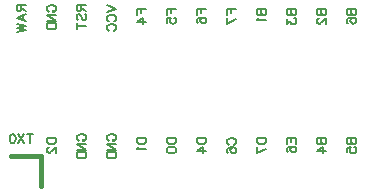
<source format=gbo>
G04 Layer: BottomSilkscreenLayer*
G04 EasyEDA v6.5.23, 2023-09-23 11:22:25*
G04 fbaf7024bf8343fa847bd74e200e9744,10*
G04 Gerber Generator version 0.2*
G04 Scale: 100 percent, Rotated: No, Reflected: No *
G04 Dimensions in inches *
G04 leading zeros omitted , absolute positions ,3 integer and 6 decimal *
%FSLAX36Y36*%
%MOIN*%

%ADD10C,0.0059*%
%ADD11C,0.0150*%

%LPD*%
D10*
X-4777258Y413315D02*
G01*
X-4777258Y383247D01*
X-4767235Y413315D02*
G01*
X-4787280Y413315D01*
X-4796729Y413315D02*
G01*
X-4816776Y383247D01*
X-4816776Y413315D02*
G01*
X-4796729Y383247D01*
X-4834816Y413315D02*
G01*
X-4830520Y411885D01*
X-4827658Y407588D01*
X-4826226Y400430D01*
X-4826226Y396134D01*
X-4827658Y388975D01*
X-4830520Y384679D01*
X-4834816Y383247D01*
X-4837680Y383247D01*
X-4841976Y384679D01*
X-4844839Y388975D01*
X-4846271Y396134D01*
X-4846271Y400430D01*
X-4844839Y407588D01*
X-4841976Y411885D01*
X-4837680Y413315D01*
X-4834816Y413315D01*
X-3821786Y830199D02*
G01*
X-3791718Y830199D01*
X-3821786Y830199D02*
G01*
X-3821786Y817314D01*
X-3820354Y813018D01*
X-3818923Y811586D01*
X-3816058Y810154D01*
X-3813194Y810154D01*
X-3810331Y811586D01*
X-3808900Y813018D01*
X-3807467Y817314D01*
X-3807467Y830199D02*
G01*
X-3807467Y817314D01*
X-3806036Y813018D01*
X-3804605Y811586D01*
X-3801741Y810154D01*
X-3797444Y810154D01*
X-3794582Y811586D01*
X-3793149Y813018D01*
X-3791718Y817314D01*
X-3791718Y830199D01*
X-3814627Y799272D02*
G01*
X-3816058Y799272D01*
X-3818923Y797840D01*
X-3820354Y796408D01*
X-3821786Y793544D01*
X-3821786Y787818D01*
X-3820354Y784954D01*
X-3818923Y783523D01*
X-3816058Y782091D01*
X-3813194Y782091D01*
X-3810331Y783523D01*
X-3806036Y786386D01*
X-3791718Y800704D01*
X-3791718Y780659D01*
X-4121786Y830199D02*
G01*
X-4091718Y830199D01*
X-4121786Y830199D02*
G01*
X-4121786Y811586D01*
X-4107467Y830199D02*
G01*
X-4107467Y818744D01*
X-4121786Y782091D02*
G01*
X-4091718Y796408D01*
X-4121786Y802136D02*
G01*
X-4121786Y782091D01*
X-4221786Y830199D02*
G01*
X-4191718Y830199D01*
X-4221786Y830199D02*
G01*
X-4221786Y811586D01*
X-4207467Y830199D02*
G01*
X-4207467Y818744D01*
X-4217491Y784954D02*
G01*
X-4220355Y786386D01*
X-4221786Y790682D01*
X-4221786Y793544D01*
X-4220355Y797840D01*
X-4216058Y800704D01*
X-4208900Y802136D01*
X-4201741Y802136D01*
X-4196013Y800704D01*
X-4193149Y797840D01*
X-4191718Y793544D01*
X-4191718Y792114D01*
X-4193149Y787818D01*
X-4196013Y784954D01*
X-4200308Y783523D01*
X-4201741Y783523D01*
X-4206036Y784954D01*
X-4208900Y787818D01*
X-4210331Y792114D01*
X-4210331Y793544D01*
X-4208900Y797840D01*
X-4206036Y800704D01*
X-4201741Y802136D01*
X-4321786Y830199D02*
G01*
X-4291718Y830199D01*
X-4321786Y830199D02*
G01*
X-4321786Y811586D01*
X-4307467Y830199D02*
G01*
X-4307467Y818744D01*
X-4321786Y784954D02*
G01*
X-4321786Y799272D01*
X-4308900Y800704D01*
X-4310331Y799272D01*
X-4311764Y794976D01*
X-4311764Y790682D01*
X-4310331Y786386D01*
X-4307467Y783523D01*
X-4303172Y782091D01*
X-4300308Y782091D01*
X-4296013Y783523D01*
X-4293149Y786386D01*
X-4291718Y790682D01*
X-4291718Y794976D01*
X-4293149Y799272D01*
X-4294582Y800704D01*
X-4297444Y802136D01*
X-4821786Y842790D02*
G01*
X-4791718Y842790D01*
X-4821786Y842790D02*
G01*
X-4821786Y829904D01*
X-4820355Y825608D01*
X-4818923Y824176D01*
X-4816059Y822744D01*
X-4813195Y822744D01*
X-4810331Y824176D01*
X-4808899Y825608D01*
X-4807467Y829904D01*
X-4807467Y842790D01*
X-4807467Y832766D02*
G01*
X-4791718Y822744D01*
X-4821786Y801840D02*
G01*
X-4791718Y813294D01*
X-4821786Y801840D02*
G01*
X-4791718Y790385D01*
X-4801741Y808998D02*
G01*
X-4801741Y794681D01*
X-4821786Y780934D02*
G01*
X-4791718Y773775D01*
X-4821786Y766617D02*
G01*
X-4791718Y773775D01*
X-4821786Y766617D02*
G01*
X-4791718Y759457D01*
X-4821786Y752298D02*
G01*
X-4791718Y759457D01*
X-4714627Y821313D02*
G01*
X-4717491Y822744D01*
X-4720355Y825608D01*
X-4721786Y828472D01*
X-4721786Y834198D01*
X-4720355Y837062D01*
X-4717491Y839926D01*
X-4714627Y841358D01*
X-4710331Y842790D01*
X-4703173Y842790D01*
X-4698877Y841358D01*
X-4696014Y839926D01*
X-4693150Y837062D01*
X-4691718Y834198D01*
X-4691718Y828472D01*
X-4693150Y825608D01*
X-4696014Y822744D01*
X-4698877Y821313D01*
X-4703173Y821313D01*
X-4703173Y828472D02*
G01*
X-4703173Y821313D01*
X-4721786Y811862D02*
G01*
X-4691718Y811862D01*
X-4721786Y811862D02*
G01*
X-4691718Y791817D01*
X-4721786Y791817D02*
G01*
X-4691718Y791817D01*
X-4721786Y782366D02*
G01*
X-4691718Y782366D01*
X-4721786Y782366D02*
G01*
X-4721786Y772345D01*
X-4720355Y768049D01*
X-4717491Y765185D01*
X-4714627Y763753D01*
X-4710331Y762321D01*
X-4703173Y762321D01*
X-4698877Y763753D01*
X-4696014Y765185D01*
X-4693150Y768049D01*
X-4691718Y772345D01*
X-4691718Y782366D01*
X-4621786Y842790D02*
G01*
X-4591718Y842790D01*
X-4621786Y842790D02*
G01*
X-4621786Y829904D01*
X-4620355Y825608D01*
X-4618923Y824176D01*
X-4616059Y822744D01*
X-4613195Y822744D01*
X-4610331Y824176D01*
X-4608899Y825608D01*
X-4607467Y829904D01*
X-4607467Y842790D01*
X-4607467Y832766D02*
G01*
X-4591718Y822744D01*
X-4617491Y793249D02*
G01*
X-4620355Y796113D01*
X-4621786Y800408D01*
X-4621786Y806134D01*
X-4620355Y810430D01*
X-4617491Y813294D01*
X-4614627Y813294D01*
X-4611763Y811862D01*
X-4610331Y810430D01*
X-4608899Y807566D01*
X-4606035Y798975D01*
X-4604605Y796113D01*
X-4603173Y794681D01*
X-4600309Y793249D01*
X-4596014Y793249D01*
X-4593150Y796113D01*
X-4591718Y800408D01*
X-4591718Y806134D01*
X-4593150Y810430D01*
X-4596014Y813294D01*
X-4621786Y773775D02*
G01*
X-4591718Y773775D01*
X-4621786Y783798D02*
G01*
X-4621786Y763753D01*
X-4521786Y842790D02*
G01*
X-4491718Y831334D01*
X-4521786Y819881D02*
G01*
X-4491718Y831334D01*
X-4514627Y788953D02*
G01*
X-4517491Y790385D01*
X-4520355Y793249D01*
X-4521786Y796113D01*
X-4521786Y801840D01*
X-4520355Y804704D01*
X-4517491Y807566D01*
X-4514627Y808998D01*
X-4510331Y810430D01*
X-4503173Y810430D01*
X-4498877Y808998D01*
X-4496014Y807566D01*
X-4493150Y804704D01*
X-4491718Y801840D01*
X-4491718Y796113D01*
X-4493150Y793249D01*
X-4496014Y790385D01*
X-4498877Y788953D01*
X-4514627Y758025D02*
G01*
X-4517491Y759457D01*
X-4520355Y762321D01*
X-4521786Y765185D01*
X-4521786Y770913D01*
X-4520355Y773775D01*
X-4517491Y776640D01*
X-4514627Y778072D01*
X-4510331Y779504D01*
X-4503173Y779504D01*
X-4498877Y778072D01*
X-4496014Y776640D01*
X-4493150Y773775D01*
X-4491718Y770913D01*
X-4491718Y765185D01*
X-4493150Y762321D01*
X-4496014Y759457D01*
X-4498877Y758025D01*
X-4421786Y830199D02*
G01*
X-4391718Y830199D01*
X-4421786Y830199D02*
G01*
X-4421786Y811586D01*
X-4407467Y830199D02*
G01*
X-4407467Y818744D01*
X-4421786Y787818D02*
G01*
X-4401741Y802136D01*
X-4401741Y780659D01*
X-4421786Y787818D02*
G01*
X-4391718Y787818D01*
X-4021786Y830199D02*
G01*
X-3991718Y830199D01*
X-4021786Y830199D02*
G01*
X-4021786Y817314D01*
X-4020354Y813018D01*
X-4018923Y811586D01*
X-4016058Y810154D01*
X-4013194Y810154D01*
X-4010331Y811586D01*
X-4008900Y813018D01*
X-4007467Y817314D01*
X-4007467Y830199D02*
G01*
X-4007467Y817314D01*
X-4006036Y813018D01*
X-4004605Y811586D01*
X-4001741Y810154D01*
X-3997444Y810154D01*
X-3994582Y811586D01*
X-3993149Y813018D01*
X-3991718Y817314D01*
X-3991718Y830199D01*
X-4016058Y800704D02*
G01*
X-4017491Y797840D01*
X-4021786Y793544D01*
X-3991718Y793544D01*
X-3921786Y830199D02*
G01*
X-3891718Y830199D01*
X-3921786Y830199D02*
G01*
X-3921786Y817314D01*
X-3920354Y813018D01*
X-3918923Y811586D01*
X-3916058Y810154D01*
X-3913194Y810154D01*
X-3910331Y811586D01*
X-3908900Y813018D01*
X-3907467Y817314D01*
X-3907467Y830199D02*
G01*
X-3907467Y817314D01*
X-3906036Y813018D01*
X-3904605Y811586D01*
X-3901741Y810154D01*
X-3897444Y810154D01*
X-3894582Y811586D01*
X-3893149Y813018D01*
X-3891718Y817314D01*
X-3891718Y830199D01*
X-3921786Y797840D02*
G01*
X-3921786Y782091D01*
X-3910331Y790682D01*
X-3910331Y786386D01*
X-3908900Y783523D01*
X-3907467Y782091D01*
X-3903172Y780659D01*
X-3900308Y780659D01*
X-3896013Y782091D01*
X-3893149Y784954D01*
X-3891718Y789250D01*
X-3891718Y793544D01*
X-3893149Y797840D01*
X-3894582Y799272D01*
X-3897444Y800704D01*
X-3721786Y830199D02*
G01*
X-3691718Y830199D01*
X-3721786Y830199D02*
G01*
X-3721786Y817314D01*
X-3720354Y813018D01*
X-3718923Y811586D01*
X-3716058Y810154D01*
X-3713194Y810154D01*
X-3710331Y811586D01*
X-3708900Y813018D01*
X-3707467Y817314D01*
X-3707467Y830199D02*
G01*
X-3707467Y817314D01*
X-3706036Y813018D01*
X-3704605Y811586D01*
X-3701741Y810154D01*
X-3697444Y810154D01*
X-3694582Y811586D01*
X-3693149Y813018D01*
X-3691718Y817314D01*
X-3691718Y830199D01*
X-3717491Y783523D02*
G01*
X-3720354Y784954D01*
X-3721786Y789250D01*
X-3721786Y792114D01*
X-3720354Y796408D01*
X-3716058Y799272D01*
X-3708900Y800704D01*
X-3701741Y800704D01*
X-3696013Y799272D01*
X-3693149Y796408D01*
X-3691718Y792114D01*
X-3691718Y790682D01*
X-3693149Y786386D01*
X-3696013Y783523D01*
X-3700308Y782091D01*
X-3701741Y782091D01*
X-3706036Y783523D01*
X-3708900Y786386D01*
X-3710331Y790682D01*
X-3710331Y792114D01*
X-3708900Y796408D01*
X-3706036Y799272D01*
X-3701741Y800704D01*
X-3721786Y400199D02*
G01*
X-3691718Y400199D01*
X-3721786Y400199D02*
G01*
X-3721786Y387314D01*
X-3720354Y383018D01*
X-3718923Y381586D01*
X-3716058Y380154D01*
X-3713194Y380154D01*
X-3710331Y381586D01*
X-3708900Y383018D01*
X-3707467Y387314D01*
X-3707467Y400199D02*
G01*
X-3707467Y387314D01*
X-3706036Y383018D01*
X-3704605Y381586D01*
X-3701741Y380154D01*
X-3697444Y380154D01*
X-3694582Y381586D01*
X-3693149Y383018D01*
X-3691718Y387314D01*
X-3691718Y400199D01*
X-3721786Y353523D02*
G01*
X-3721786Y367840D01*
X-3708900Y369272D01*
X-3710331Y367840D01*
X-3711764Y363544D01*
X-3711764Y359250D01*
X-3710331Y354954D01*
X-3707467Y352091D01*
X-3703172Y350659D01*
X-3700308Y350659D01*
X-3696013Y352091D01*
X-3693149Y354954D01*
X-3691718Y359250D01*
X-3691718Y363544D01*
X-3693149Y367840D01*
X-3694582Y369272D01*
X-3697444Y370704D01*
X-3821786Y400199D02*
G01*
X-3791718Y400199D01*
X-3821786Y400199D02*
G01*
X-3821786Y387314D01*
X-3820354Y383018D01*
X-3818923Y381586D01*
X-3816058Y380154D01*
X-3813194Y380154D01*
X-3810331Y381586D01*
X-3808900Y383018D01*
X-3807467Y387314D01*
X-3807467Y400199D02*
G01*
X-3807467Y387314D01*
X-3806036Y383018D01*
X-3804605Y381586D01*
X-3801741Y380154D01*
X-3797444Y380154D01*
X-3794582Y381586D01*
X-3793149Y383018D01*
X-3791718Y387314D01*
X-3791718Y400199D01*
X-3821786Y356386D02*
G01*
X-3801741Y370704D01*
X-3801741Y349227D01*
X-3821786Y356386D02*
G01*
X-3791718Y356386D01*
X-3921786Y400199D02*
G01*
X-3891718Y400199D01*
X-3921786Y400199D02*
G01*
X-3921786Y381586D01*
X-3907467Y400199D02*
G01*
X-3907467Y388744D01*
X-3891718Y400199D02*
G01*
X-3891718Y381586D01*
X-3917491Y354954D02*
G01*
X-3920354Y356386D01*
X-3921786Y360682D01*
X-3921786Y363544D01*
X-3920354Y367840D01*
X-3916058Y370704D01*
X-3908900Y372136D01*
X-3901741Y372136D01*
X-3896013Y370704D01*
X-3893149Y367840D01*
X-3891718Y363544D01*
X-3891718Y362114D01*
X-3893149Y357818D01*
X-3896013Y354954D01*
X-3900308Y353523D01*
X-3901741Y353523D01*
X-3906036Y354954D01*
X-3908900Y357818D01*
X-3910331Y362114D01*
X-3910331Y363544D01*
X-3908900Y367840D01*
X-3906036Y370704D01*
X-3901741Y372136D01*
X-4021786Y400199D02*
G01*
X-3991718Y400199D01*
X-4021786Y400199D02*
G01*
X-4021786Y390176D01*
X-4020354Y385882D01*
X-4017491Y383018D01*
X-4014627Y381586D01*
X-4010331Y380154D01*
X-4003172Y380154D01*
X-3998877Y381586D01*
X-3996013Y383018D01*
X-3993149Y385882D01*
X-3991718Y390176D01*
X-3991718Y400199D01*
X-4021786Y350659D02*
G01*
X-3991718Y364976D01*
X-4021786Y370704D02*
G01*
X-4021786Y350659D01*
X-4114627Y378722D02*
G01*
X-4117491Y380154D01*
X-4120354Y383018D01*
X-4121786Y385882D01*
X-4121786Y391608D01*
X-4120354Y394472D01*
X-4117491Y397336D01*
X-4114627Y398768D01*
X-4110331Y400199D01*
X-4103172Y400199D01*
X-4098877Y398768D01*
X-4096013Y397336D01*
X-4093149Y394472D01*
X-4091718Y391608D01*
X-4091718Y385882D01*
X-4093149Y383018D01*
X-4096013Y380154D01*
X-4098877Y378722D01*
X-4117491Y352091D02*
G01*
X-4120354Y353523D01*
X-4121786Y357818D01*
X-4121786Y360682D01*
X-4120354Y364976D01*
X-4116058Y367840D01*
X-4108900Y369272D01*
X-4101741Y369272D01*
X-4096013Y367840D01*
X-4093149Y364976D01*
X-4091718Y360682D01*
X-4091718Y359250D01*
X-4093149Y354954D01*
X-4096013Y352091D01*
X-4100308Y350659D01*
X-4101741Y350659D01*
X-4106036Y352091D01*
X-4108900Y354954D01*
X-4110331Y359250D01*
X-4110331Y360682D01*
X-4108900Y364976D01*
X-4106036Y367840D01*
X-4101741Y369272D01*
X-4221786Y400199D02*
G01*
X-4191718Y400199D01*
X-4221786Y400199D02*
G01*
X-4221786Y390176D01*
X-4220355Y385882D01*
X-4217491Y383018D01*
X-4214627Y381586D01*
X-4210331Y380154D01*
X-4203172Y380154D01*
X-4198877Y381586D01*
X-4196013Y383018D01*
X-4193149Y385882D01*
X-4191718Y390176D01*
X-4191718Y400199D01*
X-4221786Y356386D02*
G01*
X-4201741Y370704D01*
X-4201741Y349227D01*
X-4221786Y356386D02*
G01*
X-4191718Y356386D01*
X-4614627Y391323D02*
G01*
X-4617491Y392755D01*
X-4620355Y395617D01*
X-4621786Y398481D01*
X-4621786Y404209D01*
X-4620355Y407073D01*
X-4617491Y409935D01*
X-4614627Y411368D01*
X-4610331Y412800D01*
X-4603173Y412800D01*
X-4598877Y411368D01*
X-4596014Y409935D01*
X-4593150Y407073D01*
X-4591718Y404209D01*
X-4591718Y398481D01*
X-4593150Y395617D01*
X-4596014Y392755D01*
X-4598877Y391323D01*
X-4603173Y391323D01*
X-4603173Y398481D02*
G01*
X-4603173Y391323D01*
X-4621786Y381873D02*
G01*
X-4591718Y381873D01*
X-4621786Y381873D02*
G01*
X-4591718Y361826D01*
X-4621786Y361826D02*
G01*
X-4591718Y361826D01*
X-4621786Y352377D02*
G01*
X-4591718Y352377D01*
X-4621786Y352377D02*
G01*
X-4621786Y342354D01*
X-4620355Y338058D01*
X-4617491Y335194D01*
X-4614627Y333764D01*
X-4610331Y332332D01*
X-4603173Y332332D01*
X-4598877Y333764D01*
X-4596014Y335194D01*
X-4593150Y338058D01*
X-4591718Y342354D01*
X-4591718Y352377D01*
X-4514627Y391323D02*
G01*
X-4517491Y392755D01*
X-4520355Y395617D01*
X-4521786Y398481D01*
X-4521786Y404209D01*
X-4520355Y407073D01*
X-4517491Y409935D01*
X-4514627Y411368D01*
X-4510331Y412800D01*
X-4503173Y412800D01*
X-4498877Y411368D01*
X-4496014Y409935D01*
X-4493150Y407073D01*
X-4491718Y404209D01*
X-4491718Y398481D01*
X-4493150Y395617D01*
X-4496014Y392755D01*
X-4498877Y391323D01*
X-4503173Y391323D01*
X-4503173Y398481D02*
G01*
X-4503173Y391323D01*
X-4521786Y381873D02*
G01*
X-4491718Y381873D01*
X-4521786Y381873D02*
G01*
X-4491718Y361826D01*
X-4521786Y361826D02*
G01*
X-4491718Y361826D01*
X-4521786Y352377D02*
G01*
X-4491718Y352377D01*
X-4521786Y352377D02*
G01*
X-4521786Y342354D01*
X-4520355Y338058D01*
X-4517491Y335194D01*
X-4514627Y333764D01*
X-4510331Y332332D01*
X-4503173Y332332D01*
X-4498877Y333764D01*
X-4496014Y335194D01*
X-4493150Y338058D01*
X-4491718Y342354D01*
X-4491718Y352377D01*
X-4421786Y400199D02*
G01*
X-4391718Y400199D01*
X-4421786Y400199D02*
G01*
X-4421786Y390176D01*
X-4420355Y385882D01*
X-4417491Y383018D01*
X-4414627Y381586D01*
X-4410331Y380154D01*
X-4403172Y380154D01*
X-4398877Y381586D01*
X-4396013Y383018D01*
X-4393149Y385882D01*
X-4391718Y390176D01*
X-4391718Y400199D01*
X-4416058Y370704D02*
G01*
X-4417491Y367840D01*
X-4421786Y363544D01*
X-4391718Y363544D01*
X-4321786Y400199D02*
G01*
X-4291718Y400199D01*
X-4321786Y400199D02*
G01*
X-4321786Y390176D01*
X-4320355Y385882D01*
X-4317491Y383018D01*
X-4314627Y381586D01*
X-4310331Y380154D01*
X-4303172Y380154D01*
X-4298877Y381586D01*
X-4296013Y383018D01*
X-4293149Y385882D01*
X-4291718Y390176D01*
X-4291718Y400199D01*
X-4321786Y362114D02*
G01*
X-4320355Y366408D01*
X-4316058Y369272D01*
X-4308900Y370704D01*
X-4304605Y370704D01*
X-4297444Y369272D01*
X-4293149Y366408D01*
X-4291718Y362114D01*
X-4291718Y359250D01*
X-4293149Y354954D01*
X-4297444Y352091D01*
X-4304605Y350659D01*
X-4308900Y350659D01*
X-4316058Y352091D01*
X-4320355Y354954D01*
X-4321786Y359250D01*
X-4321786Y362114D01*
X-4721786Y400199D02*
G01*
X-4691718Y400199D01*
X-4721786Y400199D02*
G01*
X-4721786Y390176D01*
X-4720355Y385882D01*
X-4717491Y383018D01*
X-4714627Y381586D01*
X-4710331Y380154D01*
X-4703173Y380154D01*
X-4698877Y381586D01*
X-4696014Y383018D01*
X-4693150Y385882D01*
X-4691718Y390176D01*
X-4691718Y400199D01*
X-4714627Y369272D02*
G01*
X-4716059Y369272D01*
X-4718923Y367840D01*
X-4720355Y366408D01*
X-4721786Y363544D01*
X-4721786Y357818D01*
X-4720355Y354954D01*
X-4718923Y353523D01*
X-4716059Y352091D01*
X-4713195Y352091D01*
X-4710331Y353523D01*
X-4706035Y356386D01*
X-4691718Y370704D01*
X-4691718Y350659D01*
D11*
X-4840000Y340000D02*
G01*
X-4740000Y340000D01*
X-4740000Y240000D01*
M02*

</source>
